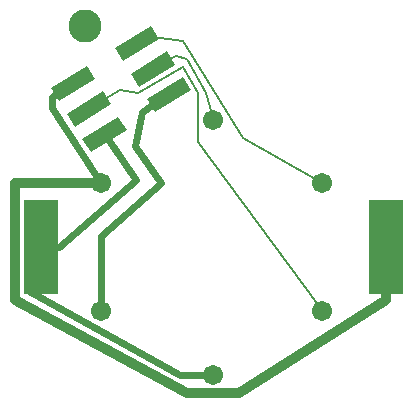
<source format=gbl>
G04 MADE WITH FRITZING*
G04 WWW.FRITZING.ORG*
G04 DOUBLE SIDED*
G04 HOLES PLATED*
G04 CONTOUR ON CENTER OF CONTOUR VECTOR*
%ASAXBY*%
%FSLAX23Y23*%
%MOIN*%
%OFA0B0*%
%SFA1.0B1.0*%
%ADD10C,0.067559*%
%ADD11C,0.110236*%
%ADD12R,0.118110X0.314961*%
%ADD13C,0.008000*%
%ADD14C,0.024000*%
%ADD15C,0.032000*%
%LNCOPPER0*%
G90*
G70*
G54D10*
X602Y629D03*
X602Y1054D03*
X977Y1266D03*
X1340Y1054D03*
X1340Y629D03*
X977Y416D03*
G54D11*
X549Y1578D03*
G54D12*
X1552Y841D03*
X402Y841D03*
G54D13*
X889Y1467D02*
X952Y1354D01*
D02*
X952Y1354D02*
X972Y1285D01*
D02*
X852Y1478D02*
X889Y1467D01*
D02*
X833Y1467D02*
X852Y1478D01*
G54D14*
D02*
X715Y1179D02*
X803Y1054D01*
D02*
X803Y1054D02*
X602Y878D01*
D02*
X602Y878D02*
X602Y653D01*
D02*
X740Y1292D02*
X715Y1179D01*
D02*
X774Y1313D02*
X740Y1292D01*
G54D13*
D02*
X1077Y1204D02*
X1323Y1063D01*
D02*
X877Y1528D02*
X1077Y1204D01*
D02*
X777Y1541D02*
X877Y1528D01*
D02*
X724Y1519D02*
X777Y1541D01*
D02*
X927Y1354D02*
X927Y1191D01*
D02*
X726Y1354D02*
X877Y1442D01*
D02*
X665Y1365D02*
X726Y1354D01*
D02*
X927Y1191D02*
X1328Y644D01*
D02*
X877Y1442D02*
X927Y1354D01*
D02*
X617Y1336D02*
X665Y1365D01*
G54D14*
D02*
X464Y842D02*
X721Y1066D01*
D02*
X721Y1066D02*
X626Y1200D01*
D02*
X456Y842D02*
X464Y842D01*
D02*
X865Y416D02*
X952Y416D01*
D02*
X364Y694D02*
X865Y416D01*
D02*
X402Y841D02*
X364Y694D01*
G54D15*
D02*
X1064Y353D02*
X890Y353D01*
D02*
X315Y1054D02*
X572Y1054D01*
D02*
X315Y666D02*
X315Y1054D01*
D02*
X890Y353D02*
X315Y666D01*
D02*
X1552Y666D02*
X1064Y353D01*
D02*
X1552Y689D02*
X1552Y666D01*
G54D14*
D02*
X439Y1303D02*
X589Y1074D01*
D02*
X439Y1341D02*
X439Y1303D01*
D02*
X454Y1351D02*
X439Y1341D01*
G36*
X903Y1364D02*
X782Y1290D01*
X755Y1333D01*
X876Y1408D01*
X903Y1364D01*
G37*
D02*
G36*
X850Y1449D02*
X729Y1375D01*
X702Y1418D01*
X823Y1493D01*
X850Y1449D01*
G37*
D02*
G36*
X797Y1534D02*
X677Y1460D01*
X650Y1503D01*
X770Y1578D01*
X797Y1534D01*
G37*
D02*
G36*
X688Y1232D02*
X568Y1157D01*
X541Y1200D01*
X661Y1275D01*
X688Y1232D01*
G37*
D02*
G36*
X636Y1317D02*
X515Y1242D01*
X488Y1286D01*
X609Y1360D01*
X636Y1317D01*
G37*
D02*
G36*
X583Y1402D02*
X463Y1327D01*
X436Y1371D01*
X556Y1445D01*
X583Y1402D01*
G37*
D02*
G04 End of Copper0*
M02*
</source>
